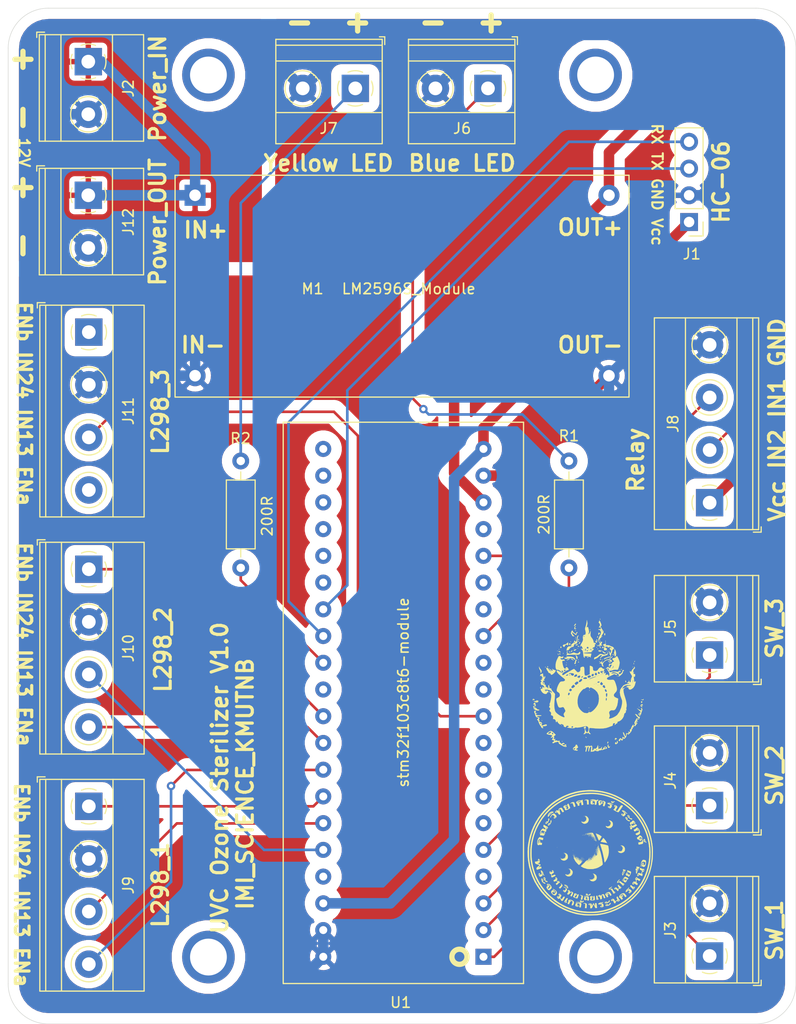
<source format=kicad_pcb>
(kicad_pcb (version 20171130) (host pcbnew "(5.1.10)-1")
  (layers (0 F.Cu signal) (31 B.Cu signal) (34 B.Paste user) (35 F.Paste user) (36 B.SilkS user) (37 F.SilkS user) (38 B.Mask user) (39 F.Mask user) (44 Edge.Cuts user))
  (net 0 "")
  (net 1 "Net-(U1-Pad4)")
  (net 2 "Net-(U1-Pad6)")
  (net 3 "Net-(U1-Pad7)")
  (net 4 "Net-(U1-Pad8)")
  (net 5 "Net-(U1-Pad9)")
  (net 6 "Net-(U1-Pad11)")
  (net 7 "Net-(U1-Pad12)")
  (net 8 "Net-(U1-Pad14)")
  (net 9 "Net-(U1-Pad15)")
  (net 10 "Net-(U1-Pad17)")
  (net 11 "Net-(U1-Pad21)")
  (net 12 "Net-(U1-Pad22)")
  (net 13 "Net-(U1-Pad23)")
  (net 14 "Net-(U1-Pad24)")
  (net 15 "Net-(U1-Pad25)")
  (net 16 "Net-(U1-Pad26)")
  (net 17 "Net-(U1-Pad30)")
  (net 18 "Net-(U1-Pad37)")
  (net 19 +3V3)
  (net 20 TX2)
  (net 21 RX2)
  (net 22 +12V)
  (net 23 +5V)
  (net 24 GND)
  (net 25 PB12)
  (net 26 PB13)
  (net 27 PB14)
  (net 28 "Net-(J6-Pad1)")
  (net 29 "Net-(J7-Pad1)")
  (net 30 PB5)
  (net 31 PB8)
  (net 32 PB0)
  (net 33 PB10)
  (net 34 PB1)
  (net 35 PA7)
  (net 36 PB11)
  (net 37 PA6)
  (net 38 "Net-(J11-Pad4)")
  (net 39 PA15)
  (net 40 "Net-(J11-Pad1)")
  (net 41 B_LED)
  (net 42 Y_LED)
  (module Untitled:HW-411 (layer F.Cu) (at 144.78 80.01)
    (fp_text reference M1 (at 11.176 8.89) (layer F.SilkS))
    (fp_text value LM2596S_Module (at 20.32 8.89) (layer F.SilkS))
    (pad 1 thru_hole rect (at 0 0) (size 2 2) (drill 1.1) (layers *.Cu *.Mask) (net 22 +12V))
    (pad 2 thru_hole circle (at 0 17.145) (size 2 2) (drill 1.1) (layers *.Cu *.Mask) (net 24 GND))
    (pad 3 thru_hole circle (at 39.37 17.145) (size 2 2) (drill 1.1) (layers *.Cu *.Mask) (net 24 GND))
    (pad 4 thru_hole circle (at 39.37 0) (size 2 2) (drill 1.1) (layers *.Cu *.Mask) (net 23 +5V))
  )
  (module Untitled:IMI_logo (layer F.Cu) (at 182.118 126.746)
    (fp_text reference G*** hide)
    (fp_text value LOGO hide)
  )
  (module Untitled:Sci_logo (layer F.Cu) (at 182.372 142.494)
    (fp_text reference G*** hide)
    (fp_text value LOGO hide)
  )
  (module MyFootprint:Stm32f103_module (layer F.Cu) (at 172.212 152.3746 180)
    (fp_text reference U1 (at 7.874 -4.3434) (layer F.SilkS))
    (fp_text value stm32f103c8t6-module (at 7.62 25.1206 90) (layer F.SilkS))
    (pad 1 thru_hole rect (at 0 0 180) (size 1.524 1.524) (drill 0.762) (layers *.Cu *.Mask) (net 25 PB12))
    (pad 2 thru_hole circle (at 0 2.54 180) (size 1.524 1.524) (drill 0.762) (layers *.Cu *.Mask) (net 26 PB13))
    (pad 3 thru_hole circle (at 0 5.08 180) (size 1.524 1.524) (drill 0.762) (layers *.Cu *.Mask) (net 27 PB14))
    (pad 4 thru_hole circle (at 0 7.62 180) (size 1.524 1.524) (drill 0.762) (layers *.Cu *.Mask) (net 1 "Net-(U1-Pad4)"))
    (pad 5 thru_hole circle (at 0 10.16 180) (size 1.524 1.524) (drill 0.762) (layers *.Cu *.Mask) (net 41 B_LED))
    (pad 6 thru_hole circle (at 0 12.7 180) (size 1.524 1.524) (drill 0.762) (layers *.Cu *.Mask) (net 2 "Net-(U1-Pad6)"))
    (pad 7 thru_hole circle (at 0 15.24 180) (size 1.524 1.524) (drill 0.762) (layers *.Cu *.Mask) (net 3 "Net-(U1-Pad7)"))
    (pad 8 thru_hole circle (at 0 17.78 180) (size 1.524 1.524) (drill 0.762) (layers *.Cu *.Mask) (net 4 "Net-(U1-Pad8)"))
    (pad 9 thru_hole circle (at 0 20.32 180) (size 1.524 1.524) (drill 0.762) (layers *.Cu *.Mask) (net 5 "Net-(U1-Pad9)"))
    (pad 10 thru_hole circle (at 0 22.86 180) (size 1.524 1.524) (drill 0.762) (layers *.Cu *.Mask) (net 39 PA15))
    (pad 11 thru_hole circle (at 0 25.4 180) (size 1.524 1.524) (drill 0.762) (layers *.Cu *.Mask) (net 6 "Net-(U1-Pad11)"))
    (pad 12 thru_hole circle (at 0 27.94 180) (size 1.524 1.524) (drill 0.762) (layers *.Cu *.Mask) (net 7 "Net-(U1-Pad12)"))
    (pad 13 thru_hole circle (at 0 30.48 180) (size 1.524 1.524) (drill 0.762) (layers *.Cu *.Mask) (net 30 PB5))
    (pad 14 thru_hole circle (at 0 33.02 180) (size 1.524 1.524) (drill 0.762) (layers *.Cu *.Mask) (net 8 "Net-(U1-Pad14)"))
    (pad 15 thru_hole circle (at 0 35.56 180) (size 1.524 1.524) (drill 0.762) (layers *.Cu *.Mask) (net 9 "Net-(U1-Pad15)"))
    (pad 16 thru_hole circle (at 0 38.1 180) (size 1.524 1.524) (drill 0.762) (layers *.Cu *.Mask) (net 31 PB8))
    (pad 17 thru_hole circle (at 0 40.64 180) (size 1.524 1.524) (drill 0.762) (layers *.Cu *.Mask) (net 10 "Net-(U1-Pad17)"))
    (pad 18 thru_hole circle (at 0 43.18 180) (size 1.524 1.524) (drill 0.762) (layers *.Cu *.Mask) (net 23 +5V))
    (pad 19 thru_hole circle (at 0 45.72 180) (size 1.524 1.524) (drill 0.762) (layers *.Cu *.Mask) (net 24 GND))
    (pad 20 thru_hole circle (at 0 48.26 180) (size 1.524 1.524) (drill 0.762) (layers *.Cu *.Mask) (net 19 +3V3))
    (pad 21 thru_hole circle (at 15.24 48.26 180) (size 1.524 1.524) (drill 0.762) (layers *.Cu *.Mask) (net 11 "Net-(U1-Pad21)"))
    (pad 22 thru_hole circle (at 15.24 45.72 180) (size 1.524 1.524) (drill 0.762) (layers *.Cu *.Mask) (net 12 "Net-(U1-Pad22)"))
    (pad 23 thru_hole circle (at 15.24 43.18 180) (size 1.524 1.524) (drill 0.762) (layers *.Cu *.Mask) (net 13 "Net-(U1-Pad23)"))
    (pad 24 thru_hole circle (at 15.24 40.64 180) (size 1.524 1.524) (drill 0.762) (layers *.Cu *.Mask) (net 14 "Net-(U1-Pad24)"))
    (pad 25 thru_hole circle (at 15.24 38.1 180) (size 1.524 1.524) (drill 0.762) (layers *.Cu *.Mask) (net 15 "Net-(U1-Pad25)"))
    (pad 26 thru_hole circle (at 15.24 35.56 180) (size 1.524 1.524) (drill 0.762) (layers *.Cu *.Mask) (net 16 "Net-(U1-Pad26)"))
    (pad 27 thru_hole circle (at 15.24 33.02 180) (size 1.524 1.524) (drill 0.762) (layers *.Cu *.Mask) (net 20 TX2))
    (pad 28 thru_hole circle (at 15.24 30.48 180) (size 1.524 1.524) (drill 0.762) (layers *.Cu *.Mask) (net 21 RX2))
    (pad 29 thru_hole circle (at 15.24 27.94 180) (size 1.524 1.524) (drill 0.762) (layers *.Cu *.Mask) (net 42 Y_LED))
    (pad 30 thru_hole circle (at 15.24 25.4 180) (size 1.524 1.524) (drill 0.762) (layers *.Cu *.Mask) (net 17 "Net-(U1-Pad30)"))
    (pad 31 thru_hole circle (at 15.24 22.86 180) (size 1.524 1.524) (drill 0.762) (layers *.Cu *.Mask) (net 37 PA6))
    (pad 32 thru_hole circle (at 15.24 20.32 180) (size 1.524 1.524) (drill 0.762) (layers *.Cu *.Mask) (net 35 PA7))
    (pad 33 thru_hole circle (at 15.24 17.78 180) (size 1.524 1.524) (drill 0.762) (layers *.Cu *.Mask) (net 32 PB0))
    (pad 34 thru_hole circle (at 15.24 15.24 180) (size 1.524 1.524) (drill 0.762) (layers *.Cu *.Mask) (net 34 PB1))
    (pad 35 thru_hole circle (at 15.24 12.7 180) (size 1.524 1.524) (drill 0.762) (layers *.Cu *.Mask) (net 33 PB10))
    (pad 36 thru_hole circle (at 15.24 10.16 180) (size 1.524 1.524) (drill 0.762) (layers *.Cu *.Mask) (net 36 PB11))
    (pad 37 thru_hole circle (at 15.24 7.62 180) (size 1.524 1.524) (drill 0.762) (layers *.Cu *.Mask) (net 18 "Net-(U1-Pad37)"))
    (pad 38 thru_hole circle (at 15.24 5.08 180) (size 1.524 1.524) (drill 0.762) (layers *.Cu *.Mask) (net 19 +3V3))
    (pad 39 thru_hole circle (at 15.24 2.54 180) (size 1.524 1.524) (drill 0.762) (layers *.Cu *.Mask) (net 24 GND))
    (pad 40 thru_hole circle (at 15.24 0 180) (size 1.524 1.524) (drill 0.762) (layers *.Cu *.Mask) (net 24 GND))
  )
  (module TerminalBlock_Phoenix:TerminalBlock_Phoenix_MKDS-1,5-2_1x02_P5.00mm_Horizontal (layer F.Cu) (at 160.02 69.85 180)
    (fp_text reference J7 (at 2.54 -3.81) (layer F.SilkS))
    (fp_text value "Yellow LED" (at 2.54 -7.112) (layer F.SilkS) (effects (font (size 1.5 1.5) (thickness 0.3))))
    (pad 2 thru_hole circle (at 5 0 180) (size 2.6 2.6) (drill 1.3) (layers *.Cu *.Mask) (net 24 GND))
    (pad 1 thru_hole rect (at 0 0 180) (size 2.6 2.6) (drill 1.3) (layers *.Cu *.Mask) (net 29 "Net-(J7-Pad1)"))
  )
  (module TerminalBlock_Phoenix:TerminalBlock_Phoenix_MKDS-1,5-4_1x04_P5.00mm_Horizontal (layer F.Cu) (at 134.6708 138.0744 270)
    (fp_text reference J9 (at 7.5 -3.7592 90) (layer F.SilkS))
    (fp_text value L298_1 (at 7.4676 -6.8072 90) (layer F.SilkS) (effects (font (size 1.5 1.5) (thickness 0.3))))
    (pad 4 thru_hole circle (at 15 0 270) (size 2.6 2.6) (drill 1.3) (layers *.Cu *.Mask) (net 32 PB0))
    (pad 3 thru_hole circle (at 10 0 270) (size 2.6 2.6) (drill 1.3) (layers *.Cu *.Mask) (net 33 PB10))
    (pad 2 thru_hole circle (at 5 0 270) (size 2.6 2.6) (drill 1.3) (layers *.Cu *.Mask) (net 24 GND))
    (pad 1 thru_hole rect (at 0 0 270) (size 2.6 2.6) (drill 1.3) (layers *.Cu *.Mask) (net 34 PB1))
  )
  (module Resistor_THT:R_Axial_DIN0207_L6.3mm_D2.5mm_P10.16mm_Horizontal (layer F.Cu) (at 149.1234 105.2576 270)
    (fp_text reference R2 (at -2.1336 0.0254) (layer F.SilkS))
    (fp_text value 200R (at 5.2324 -2.5146 90) (layer F.SilkS))
    (pad 2 thru_hole oval (at 10.16 0 270) (size 1.6 1.6) (drill 0.8) (layers *.Cu *.Mask) (net 42 Y_LED))
    (pad 1 thru_hole circle (at 0 0 270) (size 1.6 1.6) (drill 0.8) (layers *.Cu *.Mask) (net 29 "Net-(J7-Pad1)"))
  )
  (module Resistor_THT:R_Axial_DIN0207_L6.3mm_D2.5mm_P10.16mm_Horizontal (layer F.Cu) (at 180.34 105.2576 270)
    (fp_text reference R1 (at -2.3876 0 180) (layer F.SilkS))
    (fp_text value 200R (at 5.08 2.37 90) (layer F.SilkS))
    (pad 2 thru_hole oval (at 10.16 0 270) (size 1.6 1.6) (drill 0.8) (layers *.Cu *.Mask) (net 41 B_LED))
    (pad 1 thru_hole circle (at 0 0 270) (size 1.6 1.6) (drill 0.8) (layers *.Cu *.Mask) (net 28 "Net-(J6-Pad1)"))
  )
  (module TerminalBlock_Phoenix:TerminalBlock_Phoenix_MKDS-1,5-2_1x02_P5.00mm_Horizontal (layer F.Cu) (at 134.62 80.01 270)
    (fp_text reference J12 (at 2.54 -3.81 90) (layer F.SilkS))
    (fp_text value Power_OUT (at 2.54 -6.604 90) (layer F.SilkS) (effects (font (size 1.5 1.5) (thickness 0.3))))
    (pad 1 thru_hole rect (at 0 0 270) (size 2.6 2.6) (drill 1.3) (layers *.Cu *.Mask) (net 22 +12V))
    (pad 2 thru_hole circle (at 5 0 270) (size 2.6 2.6) (drill 1.3) (layers *.Cu *.Mask) (net 24 GND))
  )
  (module TerminalBlock_Phoenix:TerminalBlock_Phoenix_MKDS-1,5-4_1x04_P5.00mm_Horizontal (layer F.Cu) (at 134.6708 93.0148 270)
    (fp_text reference J11 (at 7.5 -3.7592 90) (layer F.SilkS))
    (fp_text value L298_3 (at 7.5692 -6.8072 90) (layer F.SilkS) (effects (font (size 1.5 1.5) (thickness 0.3))))
    (pad 4 thru_hole circle (at 15 0 270) (size 2.6 2.6) (drill 1.3) (layers *.Cu *.Mask) (net 38 "Net-(J11-Pad4)"))
    (pad 3 thru_hole circle (at 10 0 270) (size 2.6 2.6) (drill 1.3) (layers *.Cu *.Mask) (net 39 PA15))
    (pad 2 thru_hole circle (at 5 0 270) (size 2.6 2.6) (drill 1.3) (layers *.Cu *.Mask) (net 24 GND))
    (pad 1 thru_hole rect (at 0 0 270) (size 2.6 2.6) (drill 1.3) (layers *.Cu *.Mask) (net 40 "Net-(J11-Pad1)"))
  )
  (module TerminalBlock_Phoenix:TerminalBlock_Phoenix_MKDS-1,5-4_1x04_P5.00mm_Horizontal (layer F.Cu) (at 134.6708 115.5446 270)
    (fp_text reference J10 (at 7.5 -3.7592 90) (layer F.SilkS))
    (fp_text value L298_2 (at 7.6454 -7.0612 90) (layer F.SilkS) (effects (font (size 1.5 1.5) (thickness 0.3))))
    (pad 4 thru_hole circle (at 15 0 270) (size 2.6 2.6) (drill 1.3) (layers *.Cu *.Mask) (net 35 PA7))
    (pad 3 thru_hole circle (at 10 0 270) (size 2.6 2.6) (drill 1.3) (layers *.Cu *.Mask) (net 36 PB11))
    (pad 2 thru_hole circle (at 5 0 270) (size 2.6 2.6) (drill 1.3) (layers *.Cu *.Mask) (net 24 GND))
    (pad 1 thru_hole rect (at 0 0 270) (size 2.6 2.6) (drill 1.3) (layers *.Cu *.Mask) (net 37 PA6))
  )
  (module TerminalBlock_Phoenix:TerminalBlock_Phoenix_MKDS-1,5-4_1x04_P5.00mm_Horizontal (layer F.Cu) (at 193.7258 109.22 90)
    (fp_text reference J8 (at 7.5 -3.4798 90) (layer F.SilkS))
    (fp_text value Relay (at 4.064 -7.0358 90) (layer F.SilkS) (effects (font (size 1.5 1.5) (thickness 0.3))))
    (pad 4 thru_hole circle (at 15 0 90) (size 2.6 2.6) (drill 1.3) (layers *.Cu *.Mask) (net 24 GND))
    (pad 3 thru_hole circle (at 10 0 90) (size 2.6 2.6) (drill 1.3) (layers *.Cu *.Mask) (net 30 PB5))
    (pad 2 thru_hole circle (at 5 0 90) (size 2.6 2.6) (drill 1.3) (layers *.Cu *.Mask) (net 31 PB8))
    (pad 1 thru_hole rect (at 0 0 90) (size 2.6 2.6) (drill 1.3) (layers *.Cu *.Mask) (net 23 +5V))
  )
  (module TerminalBlock_Phoenix:TerminalBlock_Phoenix_MKDS-1,5-2_1x02_P5.00mm_Horizontal (layer F.Cu) (at 172.64 69.85 180)
    (fp_text reference J6 (at 2.46 -3.81) (layer F.SilkS))
    (fp_text value "Blue LED" (at 2.46 -7.112) (layer F.SilkS) (effects (font (size 1.5 1.5) (thickness 0.3))))
    (pad 2 thru_hole circle (at 5 0 180) (size 2.6 2.6) (drill 1.3) (layers *.Cu *.Mask) (net 24 GND))
    (pad 1 thru_hole rect (at 0 0 180) (size 2.6 2.6) (drill 1.3) (layers *.Cu *.Mask) (net 28 "Net-(J6-Pad1)"))
  )
  (module TerminalBlock_Phoenix:TerminalBlock_Phoenix_MKDS-1,5-2_1x02_P5.00mm_Horizontal (layer F.Cu) (at 193.7258 123.698 90)
    (fp_text reference J5 (at 2.54 -3.7338 90) (layer F.SilkS))
    (fp_text value SW_3 (at 2.54 6.1722 90) (layer F.SilkS) (effects (font (size 1.5 1.5) (thickness 0.3))))
    (pad 2 thru_hole circle (at 5 0 90) (size 2.6 2.6) (drill 1.3) (layers *.Cu *.Mask) (net 24 GND))
    (pad 1 thru_hole rect (at 0 0 90) (size 2.6 2.6) (drill 1.3) (layers *.Cu *.Mask) (net 27 PB14))
  )
  (module TerminalBlock_Phoenix:TerminalBlock_Phoenix_MKDS-1,5-2_1x02_P5.00mm_Horizontal (layer F.Cu) (at 193.7258 137.9982 90)
    (fp_text reference J4 (at 2.3622 -3.7338 90) (layer F.SilkS))
    (fp_text value SW_2 (at 2.8702 6.1722 90) (layer F.SilkS) (effects (font (size 1.5 1.5) (thickness 0.3))))
    (pad 2 thru_hole circle (at 5 0 90) (size 2.6 2.6) (drill 1.3) (layers *.Cu *.Mask) (net 24 GND))
    (pad 1 thru_hole rect (at 0 0 90) (size 2.6 2.6) (drill 1.3) (layers *.Cu *.Mask) (net 26 PB13))
  )
  (module TerminalBlock_Phoenix:TerminalBlock_Phoenix_MKDS-1,5-2_1x02_P5.00mm_Horizontal (layer F.Cu) (at 193.7258 152.2984 90)
    (fp_text reference J3 (at 2.4384 -3.7338 90) (layer F.SilkS))
    (fp_text value SW_1 (at 2.4384 6.1722 90) (layer F.SilkS) (effects (font (size 1.5 1.5) (thickness 0.3))))
    (pad 2 thru_hole circle (at 5 0 90) (size 2.6 2.6) (drill 1.3) (layers *.Cu *.Mask) (net 24 GND))
    (pad 1 thru_hole rect (at 0 0 90) (size 2.6 2.6) (drill 1.3) (layers *.Cu *.Mask) (net 25 PB12))
  )
  (module TerminalBlock_Phoenix:TerminalBlock_Phoenix_MKDS-1,5-2_1x02_P5.00mm_Horizontal (layer F.Cu) (at 134.62 67.31 270)
    (fp_text reference J2 (at 2.54 -3.81 90) (layer F.SilkS))
    (fp_text value Power_IN (at 2.54 -6.604 270) (layer F.SilkS) (effects (font (size 1.5 1.5) (thickness 0.3))))
    (pad 1 thru_hole rect (at 0 0 270) (size 2.6 2.6) (drill 1.3) (layers *.Cu *.Mask) (net 22 +12V))
    (pad 2 thru_hole circle (at 5 0 270) (size 2.6 2.6) (drill 1.3) (layers *.Cu *.Mask) (net 24 GND))
  )
  (module Connector_PinHeader_2.54mm:PinHeader_1x04_P2.54mm_Vertical (layer F.Cu) (at 191.77 82.55 180)
    (fp_text reference J1 (at -0.254 -3.048) (layer F.SilkS))
    (fp_text value HC-06 (at -3.048 3.81 90) (layer F.SilkS) (effects (font (size 1.5 1.5) (thickness 0.3))))
    (pad 1 thru_hole rect (at 0 0 180) (size 1.7 1.7) (drill 1) (layers *.Cu *.Mask) (net 19 +3V3))
    (pad 2 thru_hole oval (at 0 2.54 180) (size 1.7 1.7) (drill 1) (layers *.Cu *.Mask) (net 24 GND))
    (pad 3 thru_hole oval (at 0 5.08 180) (size 1.7 1.7) (drill 1) (layers *.Cu *.Mask) (net 20 TX2))
    (pad 4 thru_hole oval (at 0 7.62 180) (size 1.7 1.7) (drill 1) (layers *.Cu *.Mask) (net 21 RX2))
  )
  (gr_text OUT- (at 182.372 94.234) (layer F.SilkS) (effects (font (size 1.5 1.5) (thickness 0.3))))
  (gr_text OUT+ (at 182.372 83.058) (layer F.SilkS) (effects (font (size 1.5 1.5) (thickness 0.3))))
  (gr_text IN- (at 145.542 94.234) (layer F.SilkS) (effects (font (size 1.5 1.5) (thickness 0.3))))
  (gr_text IN+ (at 145.796 83.312) (layer F.SilkS) (effects (font (size 1.5 1.5) (thickness 0.3))))
  (gr_text "RX TX GND Vcc" (at 188.722 78.994 -90) (layer F.SilkS) (effects (font (size 1 1) (thickness 0.2))))
  (gr_text "ENb IN24 IN13 ENa " (at 128.524 100.33 -90) (layer F.SilkS) (effects (font (size 1.3 1.3) (thickness 0.3))))
  (gr_text "ENb IN24 IN13 ENa " (at 128.524 123.19 -90) (layer F.SilkS) (effects (font (size 1.3 1.3) (thickness 0.3))))
  (gr_text "ENb IN24 IN13 ENa " (at 128.27 146.05 -90) (layer F.SilkS) (effects (font (size 1.3 1.3) (thickness 0.3))))
  (gr_text "UVC Ozone Sterilizer V1.0\nIMI_SCIENCE_KMUTNB " (at 148.336 135.382 90) (layer F.SilkS) (effects (font (size 1.5 1.5) (thickness 0.3))))
  (gr_text 12V (at 128.524 75.946 -90) (layer F.SilkS) (effects (font (size 1 1) (thickness 0.2))))
  (gr_text "-  +" (at 128.27 82.042 90) (layer F.SilkS) (effects (font (size 2 2) (thickness 0.5))))
  (gr_text "-  +" (at 128.27 69.85 90) (layer F.SilkS) (effects (font (size 2 2) (thickness 0.5))))
  (gr_text "Vcc IN2 IN1 GND" (at 200.152 101.346 90) (layer F.SilkS) (effects (font (size 1.5 1.5) (thickness 0.3))))
  (gr_text "-  +" (at 170.18 63.5) (layer F.SilkS) (effects (font (size 2 2) (thickness 0.5))))
  (gr_text "-  +" (at 157.48 63.5) (layer F.SilkS) (effects (font (size 2 2) (thickness 0.5))))
  (gr_arc (start 130.81 154.94) (end 127 154.94) (angle -90) (layer Edge.Cuts) (width 0.05))
  (gr_arc (start 198.12 154.94) (end 198.12 158.75) (angle -90) (layer Edge.Cuts) (width 0.05))
  (gr_arc (start 198.12 66.04) (end 201.93 66.04) (angle -90) (layer Edge.Cuts) (width 0.05))
  (gr_arc (start 130.81 66.04) (end 130.81 62.23) (angle -90) (layer Edge.Cuts) (width 0.05))
  (gr_line (start 127 154.94) (end 127 66.04) (layer Edge.Cuts) (width 0.05))
  (gr_line (start 198.12 158.75) (end 130.81 158.75) (layer Edge.Cuts) (width 0.05))
  (gr_line (start 201.93 66.04) (end 201.93 154.94) (layer Edge.Cuts) (width 0.05))
  (gr_line (start 130.81 62.23) (end 198.12 62.23) (layer Edge.Cuts) (width 0.05))
  (via (at 146.05 68.58) (size 5) (drill 3.5) (layers F.Cu B.Cu) (net 0))
  (via (at 182.88 152.4) (size 5) (drill 3.5) (layers F.Cu B.Cu) (net 0))
  (via (at 146.05 152.4) (size 5) (drill 3.5) (layers F.Cu B.Cu) (net 0))
  (via (at 182.88 68.58) (size 5) (drill 3.5) (layers F.Cu B.Cu) (net 0))
  (segment (start 172.212 102.108) (end 191.77 82.55) (width 1) (layer F.Cu) (net 19))
  (segment (start 172.212 104.1146) (end 172.212 102.108) (width 1) (layer F.Cu) (net 19))
  (segment (start 172.212 104.1146) (end 169.418 106.9086) (width 1) (layer B.Cu) (net 19))
  (segment (start 169.418 106.9086) (end 169.418 141.224) (width 1) (layer B.Cu) (net 19))
  (segment (start 163.3474 147.2946) (end 156.972 147.2946) (width 1) (layer B.Cu) (net 19))
  (segment (start 169.418 141.224) (end 163.3474 147.2946) (width 1) (layer B.Cu) (net 19))
  (segment (start 156.972 119.3546) (end 159.258 117.0686) (width 0.25) (layer B.Cu) (net 20))
  (segment (start 159.258 117.0686) (end 159.258 98.552) (width 0.25) (layer B.Cu) (net 20))
  (segment (start 159.258 98.552) (end 180.34 77.47) (width 0.25) (layer B.Cu) (net 20))
  (segment (start 180.34 77.47) (end 191.77 77.47) (width 0.25) (layer B.Cu) (net 20))
  (segment (start 156.972 121.8946) (end 153.67 118.5926) (width 0.25) (layer B.Cu) (net 21))
  (segment (start 153.67 118.5926) (end 153.67 101.6) (width 0.25) (layer B.Cu) (net 21))
  (segment (start 180.34 74.93) (end 191.77 74.93) (width 0.25) (layer B.Cu) (net 21))
  (segment (start 153.67 101.6) (end 180.34 74.93) (width 0.25) (layer B.Cu) (net 21))
  (segment (start 134.62 67.31) (end 135.89 67.31) (width 1) (layer B.Cu) (net 22))
  (segment (start 144.78 76.2) (end 144.78 80.01) (width 1) (layer B.Cu) (net 22))
  (segment (start 135.89 67.31) (end 144.78 76.2) (width 1) (layer B.Cu) (net 22))
  (segment (start 134.62 80.01) (end 144.78 80.01) (width 1) (layer B.Cu) (net 22))
  (segment (start 172.212 109.1946) (end 169.418 106.4006) (width 1) (layer F.Cu) (net 23))
  (segment (start 169.418 94.742) (end 184.15 80.01) (width 1) (layer F.Cu) (net 23))
  (segment (start 169.418 106.4006) (end 169.418 94.742) (width 1) (layer F.Cu) (net 23))
  (segment (start 184.15 80.01) (end 184.15 75.946) (width 1) (layer F.Cu) (net 23))
  (segment (start 184.15 75.946) (end 189.484 70.612) (width 1) (layer F.Cu) (net 23))
  (segment (start 189.484 70.612) (end 195.834 70.612) (width 1) (layer F.Cu) (net 23))
  (segment (start 195.834 70.612) (end 199.136 73.914) (width 1) (layer F.Cu) (net 23))
  (segment (start 199.136 103.8098) (end 193.7258 109.22) (width 1) (layer F.Cu) (net 23))
  (segment (start 199.136 73.914) (end 199.136 103.8098) (width 1) (layer F.Cu) (net 23))
  (segment (start 192.972081 80.01) (end 196.85 83.887919) (width 1) (layer B.Cu) (net 24))
  (segment (start 196.85 91.0958) (end 193.7258 94.22) (width 1) (layer B.Cu) (net 24))
  (segment (start 196.85 83.887919) (end 196.85 91.0958) (width 1) (layer B.Cu) (net 24))
  (segment (start 187.085 94.22) (end 184.15 97.155) (width 1) (layer B.Cu) (net 24))
  (segment (start 193.7258 94.22) (end 187.085 94.22) (width 1) (layer B.Cu) (net 24))
  (segment (start 184.15 109.1222) (end 193.7258 118.698) (width 1) (layer B.Cu) (net 24))
  (segment (start 184.15 97.155) (end 184.15 109.1222) (width 1) (layer B.Cu) (net 24))
  (segment (start 193.7258 132.9982) (end 184.15 123.4224) (width 1) (layer B.Cu) (net 24))
  (segment (start 184.15 123.4224) (end 184.15 109.1222) (width 1) (layer B.Cu) (net 24))
  (segment (start 193.7258 147.2984) (end 184.15 137.7226) (width 1) (layer B.Cu) (net 24))
  (segment (start 184.15 137.7226) (end 184.15 123.4224) (width 1) (layer B.Cu) (net 24))
  (segment (start 144.78 95.17) (end 134.62 85.01) (width 1) (layer B.Cu) (net 24))
  (segment (start 144.78 97.155) (end 144.78 95.17) (width 1) (layer B.Cu) (net 24))
  (segment (start 155.02 69.85) (end 158.83 66.04) (width 1) (layer B.Cu) (net 24))
  (segment (start 163.83 66.04) (end 167.64 69.85) (width 1) (layer B.Cu) (net 24))
  (segment (start 158.83 66.04) (end 163.83 66.04) (width 1) (layer B.Cu) (net 24))
  (segment (start 167.64 69.85) (end 172.72 64.77) (width 1) (layer B.Cu) (net 24))
  (segment (start 172.72 64.77) (end 193.04 64.77) (width 1) (layer B.Cu) (net 24))
  (segment (start 193.04 64.77) (end 196.85 68.58) (width 1) (layer B.Cu) (net 24))
  (segment (start 192.972081 80.01) (end 191.77 80.01) (width 1) (layer B.Cu) (net 24))
  (segment (start 196.85 76.132081) (end 192.972081 80.01) (width 1) (layer B.Cu) (net 24))
  (segment (start 196.85 68.58) (end 196.85 76.132081) (width 1) (layer B.Cu) (net 24))
  (segment (start 155.02 69.85) (end 149.94 64.77) (width 1) (layer B.Cu) (net 24))
  (segment (start 149.94 64.77) (end 149.86 64.77) (width 1) (layer B.Cu) (net 24))
  (segment (start 149.86 64.77) (end 149.098 64.008) (width 1) (layer B.Cu) (net 24))
  (segment (start 149.098 64.008) (end 132.334 64.008) (width 1) (layer B.Cu) (net 24))
  (segment (start 132.334 64.008) (end 129.286 67.056) (width 1) (layer B.Cu) (net 24))
  (segment (start 129.286 67.056) (end 129.286 70.358) (width 1) (layer B.Cu) (net 24))
  (segment (start 131.238 72.31) (end 134.62 72.31) (width 1) (layer B.Cu) (net 24))
  (segment (start 129.286 70.358) (end 131.238 72.31) (width 1) (layer B.Cu) (net 24))
  (segment (start 129.286 79.676) (end 129.286 70.358) (width 1) (layer B.Cu) (net 24))
  (segment (start 134.62 85.01) (end 129.286 79.676) (width 1) (layer B.Cu) (net 24))
  (segment (start 135.5306 97.155) (end 134.6708 98.0148) (width 1) (layer B.Cu) (net 24))
  (segment (start 144.78 97.155) (end 135.5306 97.155) (width 1) (layer B.Cu) (net 24))
  (segment (start 134.6708 98.0148) (end 129.286 92.63) (width 1) (layer B.Cu) (net 24))
  (segment (start 129.286 88.646) (end 129.286 79.676) (width 1) (layer B.Cu) (net 24))
  (segment (start 129.286 92.63) (end 129.286 88.646) (width 1) (layer B.Cu) (net 24))
  (segment (start 134.6708 120.5446) (end 129.286 115.1598) (width 1) (layer B.Cu) (net 24))
  (segment (start 129.286 115.1598) (end 129.286 92.63) (width 1) (layer B.Cu) (net 24))
  (segment (start 134.6708 143.0744) (end 129.54 137.9436) (width 1) (layer B.Cu) (net 24))
  (segment (start 129.54 137.9436) (end 129.54 137.922) (width 1) (layer B.Cu) (net 24))
  (segment (start 129.286 137.668) (end 129.286 115.1598) (width 1) (layer B.Cu) (net 24))
  (segment (start 129.54 137.922) (end 129.286 137.668) (width 1) (layer B.Cu) (net 24))
  (segment (start 156.972 152.3746) (end 152.3746 156.972) (width 1) (layer B.Cu) (net 24))
  (segment (start 152.3746 156.972) (end 134.112 156.972) (width 1) (layer B.Cu) (net 24))
  (segment (start 129.286 152.146) (end 129.286 137.668) (width 1) (layer B.Cu) (net 24))
  (segment (start 134.112 156.972) (end 129.286 152.146) (width 1) (layer B.Cu) (net 24))
  (segment (start 156.972 152.3746) (end 156.972 149.8346) (width 1) (layer B.Cu) (net 24))
  (segment (start 174.6504 106.6546) (end 184.15 97.155) (width 1) (layer F.Cu) (net 24))
  (segment (start 172.212 106.6546) (end 174.6504 106.6546) (width 1) (layer F.Cu) (net 24))
  (segment (start 173.224 152.3746) (end 177.2626 148.336) (width 0.25) (layer F.Cu) (net 25))
  (segment (start 172.212 152.3746) (end 173.224 152.3746) (width 0.25) (layer F.Cu) (net 25))
  (segment (start 189.7634 148.336) (end 193.7258 152.2984) (width 0.25) (layer F.Cu) (net 25))
  (segment (start 177.2626 148.336) (end 189.7634 148.336) (width 0.25) (layer F.Cu) (net 25))
  (segment (start 184.0484 137.9982) (end 193.7258 137.9982) (width 0.25) (layer F.Cu) (net 26))
  (segment (start 172.212 149.8346) (end 184.0484 137.9982) (width 0.25) (layer F.Cu) (net 26))
  (segment (start 193.7258 125.7808) (end 193.7258 123.698) (width 0.25) (layer F.Cu) (net 27))
  (segment (start 172.212 147.2946) (end 193.7258 125.7808) (width 0.25) (layer F.Cu) (net 27))
  (segment (start 180.34 105.2576) (end 175.9204 100.838) (width 0.25) (layer B.Cu) (net 28))
  (via (at 166.497 100.33) (size 0.8) (drill 0.4) (layers F.Cu B.Cu) (net 28))
  (segment (start 167.005 100.838) (end 166.497 100.33) (width 0.25) (layer B.Cu) (net 28))
  (segment (start 175.9204 100.838) (end 167.005 100.838) (width 0.25) (layer B.Cu) (net 28))
  (segment (start 166.497 100.33) (end 165.481 99.314) (width 0.25) (layer F.Cu) (net 28))
  (segment (start 165.481 77.009) (end 172.64 69.85) (width 0.25) (layer F.Cu) (net 28))
  (segment (start 165.481 99.314) (end 165.481 77.009) (width 0.25) (layer F.Cu) (net 28))
  (segment (start 149.1234 80.7466) (end 160.02 69.85) (width 0.25) (layer B.Cu) (net 29))
  (segment (start 149.1234 105.2576) (end 149.1234 80.7466) (width 0.25) (layer B.Cu) (net 29))
  (segment (start 172.212 121.8946) (end 177.8 116.3066) (width 0.25) (layer F.Cu) (net 30))
  (segment (start 177.8 115.1458) (end 193.7258 99.22) (width 0.25) (layer F.Cu) (net 30))
  (segment (start 177.8 116.3066) (end 177.8 115.1458) (width 0.25) (layer F.Cu) (net 30))
  (segment (start 172.212 114.2746) (end 174.7774 114.2746) (width 0.25) (layer F.Cu) (net 31))
  (segment (start 174.7774 114.2746) (end 192.278 96.774) (width 0.25) (layer F.Cu) (net 31))
  (segment (start 192.278 96.774) (end 195.58 96.774) (width 0.25) (layer F.Cu) (net 31))
  (segment (start 195.58 96.774) (end 196.85 98.044) (width 0.25) (layer F.Cu) (net 31))
  (segment (start 196.85 101.0958) (end 193.7258 104.22) (width 0.25) (layer F.Cu) (net 31))
  (segment (start 196.85 98.044) (end 196.85 101.0958) (width 0.25) (layer F.Cu) (net 31))
  (segment (start 134.6708 153.0744) (end 142.494 145.2512) (width 0.25) (layer B.Cu) (net 32))
  (via (at 142.494 136.144) (size 0.8) (drill 0.4) (layers F.Cu B.Cu) (net 32))
  (segment (start 142.494 145.2512) (end 142.494 136.144) (width 0.25) (layer B.Cu) (net 32))
  (segment (start 142.494 136.144) (end 144.018 134.62) (width 0.25) (layer F.Cu) (net 32))
  (segment (start 156.9466 134.62) (end 156.972 134.5946) (width 0.25) (layer F.Cu) (net 32))
  (segment (start 144.018 134.62) (end 156.9466 134.62) (width 0.25) (layer F.Cu) (net 32))
  (segment (start 134.6708 148.0744) (end 143.0452 139.7) (width 0.25) (layer F.Cu) (net 33))
  (segment (start 156.9466 139.7) (end 156.972 139.6746) (width 0.25) (layer F.Cu) (net 33))
  (segment (start 143.0452 139.7) (end 156.9466 139.7) (width 0.25) (layer F.Cu) (net 33))
  (segment (start 156.0322 138.0744) (end 156.972 137.1346) (width 0.25) (layer F.Cu) (net 34))
  (segment (start 134.6708 138.0744) (end 156.0322 138.0744) (width 0.25) (layer F.Cu) (net 34))
  (segment (start 155.462 130.5446) (end 156.972 132.0546) (width 0.25) (layer F.Cu) (net 35))
  (segment (start 134.6708 130.5446) (end 155.462 130.5446) (width 0.25) (layer F.Cu) (net 35))
  (segment (start 134.6708 125.5446) (end 150.876 141.7498) (width 0.25) (layer B.Cu) (net 36))
  (segment (start 151.3408 142.2146) (end 150.876 141.7498) (width 0.25) (layer B.Cu) (net 36))
  (segment (start 156.972 142.2146) (end 151.3408 142.2146) (width 0.25) (layer B.Cu) (net 36))
  (segment (start 143.002 115.5446) (end 156.972 129.5146) (width 0.25) (layer F.Cu) (net 37))
  (segment (start 134.6708 115.5446) (end 143.002 115.5446) (width 0.25) (layer F.Cu) (net 37))
  (segment (start 172.212 129.5146) (end 168.1226 129.5146) (width 0.25) (layer F.Cu) (net 39))
  (segment (start 168.1226 129.5146) (end 160.274 121.666) (width 0.25) (layer F.Cu) (net 39))
  (segment (start 160.274 121.666) (end 160.274 102.87) (width 0.25) (layer F.Cu) (net 39))
  (segment (start 160.274 102.87) (end 157.988 100.584) (width 0.25) (layer F.Cu) (net 39))
  (segment (start 137.1016 100.584) (end 134.6708 103.0148) (width 0.25) (layer F.Cu) (net 39))
  (segment (start 157.988 100.584) (end 137.1016 100.584) (width 0.25) (layer F.Cu) (net 39))
  (segment (start 180.34 134.0866) (end 180.34 115.4176) (width 0.25) (layer F.Cu) (net 41))
  (segment (start 172.212 142.2146) (end 180.34 134.0866) (width 0.25) (layer F.Cu) (net 41))
  (segment (start 149.1234 116.586) (end 149.1234 115.4176) (width 0.25) (layer F.Cu) (net 42))
  (segment (start 156.972 124.4346) (end 149.1234 116.586) (width 0.25) (layer F.Cu) (net 42))
  (zone (net 24) (net_name GND) (layer B.Cu) (connect_pads (clearance 1)) (min_thickness 0.254) (fill yes (arc_segments 32) (thermal_gap 0.508) (thermal_bridge_width 0.508))
    (polygon (pts (xy 201.93 158.75) (xy 127 158.75) (xy 127 62.23) (xy 201.93 62.23)))
  )
  (zone (net 22) (net_name +12V) (layer F.Cu) (connect_pads (clearance 1)) (min_thickness 0.254) (fill yes (arc_segments 32) (thermal_gap 0.508) (thermal_bridge_width 0.508))
    (polygon (pts (xy 151.13 86.36) (xy 127 86.36) (xy 127 62.23) (xy 151.13 62.23)))
  )
  (zone (net 24) (net_name GND) (layer F.Cu) (connect_pads (clearance 1)) (min_thickness 0.254) (fill yes (arc_segments 32) (thermal_gap 0.508) (thermal_bridge_width 0.508))
    (polygon (pts (xy 201.93 158.75) (xy 127 158.75) (xy 127 87.63) (xy 152.4 87.63) (xy 152.4 62.23) (xy 201.93 62.23)))
  )
)
</source>
